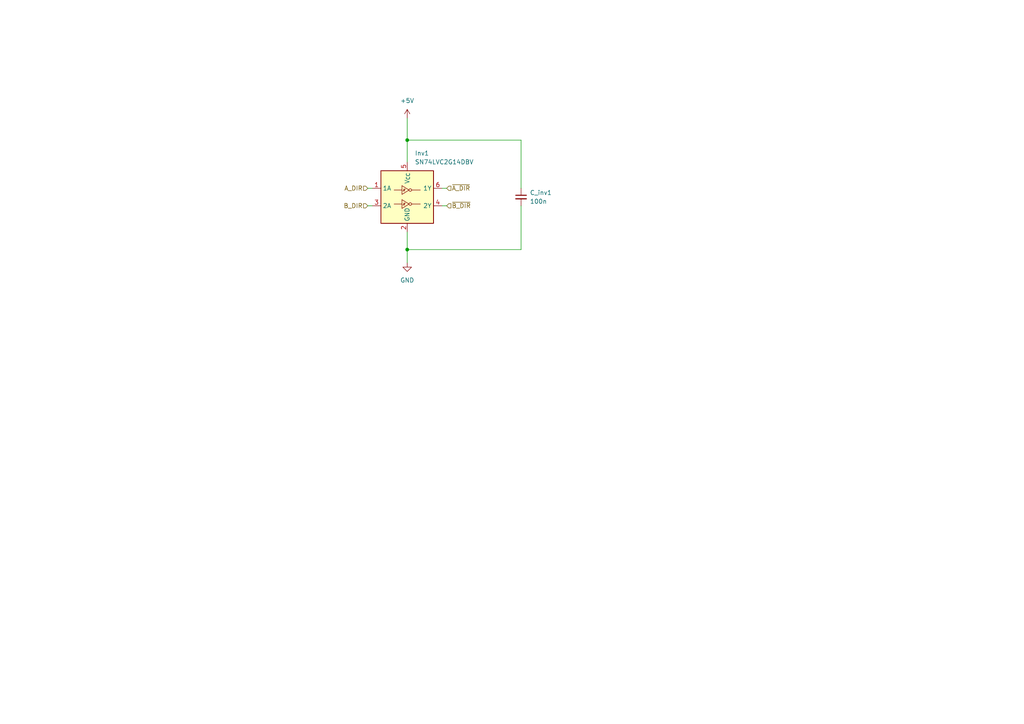
<source format=kicad_sch>
(kicad_sch
	(version 20231120)
	(generator "eeschema")
	(generator_version "8.0")
	(uuid "726982de-87b9-40c8-a4ce-cd3654844306")
	(paper "A4")
	(lib_symbols
		(symbol "74xGxx:SN74LVC2G14DBV"
			(exclude_from_sim no)
			(in_bom yes)
			(on_board yes)
			(property "Reference" "U"
				(at 2.54 12.7 0)
				(effects
					(font
						(size 1.27 1.27)
					)
					(justify left)
				)
			)
			(property "Value" "SN74LVC2G14DBV"
				(at 2.54 10.16 0)
				(effects
					(font
						(size 1.27 1.27)
					)
					(justify left)
				)
			)
			(property "Footprint" "Package_TO_SOT_SMD:SOT-23-6"
				(at 0 0 0)
				(effects
					(font
						(size 1.27 1.27)
					)
					(hide yes)
				)
			)
			(property "Datasheet" "https://www.ti.com/lit/ds/symlink/sn74lvc2g14.pdf"
				(at 0 0 0)
				(effects
					(font
						(size 1.27 1.27)
					)
					(hide yes)
				)
			)
			(property "Description" "Dual schmitt inverter, VCC from 1.65 to 5.5 V, SOT-23"
				(at 0 0 0)
				(effects
					(font
						(size 1.27 1.27)
					)
					(hide yes)
				)
			)
			(property "ki_keywords" "dual schmitt inverter"
				(at 0 0 0)
				(effects
					(font
						(size 1.27 1.27)
					)
					(hide yes)
				)
			)
			(property "ki_fp_filters" "SOT?23*"
				(at 0 0 0)
				(effects
					(font
						(size 1.27 1.27)
					)
					(hide yes)
				)
			)
			(symbol "SN74LVC2G14DBV_1_1"
				(rectangle
					(start -7.62 7.62)
					(end 7.62 -7.62)
					(stroke
						(width 0.254)
						(type default)
					)
					(fill
						(type background)
					)
				)
				(polyline
					(pts
						(xy -1.524 -2.032) (xy -3.81 -2.032)
					)
					(stroke
						(width 0)
						(type default)
					)
					(fill
						(type none)
					)
				)
				(polyline
					(pts
						(xy -1.524 2.032) (xy -3.81 2.032)
					)
					(stroke
						(width 0)
						(type default)
					)
					(fill
						(type none)
					)
				)
				(polyline
					(pts
						(xy -0.762 -1.778) (xy -0.508 -1.778)
					)
					(stroke
						(width 0)
						(type default)
					)
					(fill
						(type none)
					)
				)
				(polyline
					(pts
						(xy -0.762 2.286) (xy -0.508 2.286)
					)
					(stroke
						(width 0)
						(type default)
					)
					(fill
						(type none)
					)
				)
				(polyline
					(pts
						(xy 1.27 -2.032) (xy 3.81 -2.032)
					)
					(stroke
						(width 0)
						(type default)
					)
					(fill
						(type none)
					)
				)
				(polyline
					(pts
						(xy 1.27 2.032) (xy 3.81 2.032)
					)
					(stroke
						(width 0)
						(type default)
					)
					(fill
						(type none)
					)
				)
				(polyline
					(pts
						(xy -1.524 -0.762) (xy 0.508 -2.032) (xy -1.524 -3.302) (xy -1.524 -0.762)
					)
					(stroke
						(width 0)
						(type default)
					)
					(fill
						(type none)
					)
				)
				(polyline
					(pts
						(xy -1.524 3.302) (xy 0.508 2.032) (xy -1.524 0.762) (xy -1.524 3.302)
					)
					(stroke
						(width 0)
						(type default)
					)
					(fill
						(type none)
					)
				)
				(polyline
					(pts
						(xy -1.016 -2.286) (xy -1.016 -1.778) (xy -0.762 -1.778) (xy -0.762 -2.286) (xy -1.27 -2.286)
					)
					(stroke
						(width 0)
						(type default)
					)
					(fill
						(type none)
					)
				)
				(polyline
					(pts
						(xy -1.016 1.778) (xy -1.016 2.286) (xy -0.762 2.286) (xy -0.762 1.778) (xy -1.27 1.778)
					)
					(stroke
						(width 0)
						(type default)
					)
					(fill
						(type none)
					)
				)
				(circle
					(center 0.889 -2.032)
					(radius 0.381)
					(stroke
						(width 0)
						(type default)
					)
					(fill
						(type none)
					)
				)
				(circle
					(center 0.889 2.032)
					(radius 0.381)
					(stroke
						(width 0)
						(type default)
					)
					(fill
						(type none)
					)
				)
				(pin input line
					(at -10.16 2.54 0)
					(length 2.54)
					(name "1A"
						(effects
							(font
								(size 1.27 1.27)
							)
						)
					)
					(number "1"
						(effects
							(font
								(size 1.27 1.27)
							)
						)
					)
				)
				(pin power_in line
					(at 0 -10.16 90)
					(length 2.54)
					(name "GND"
						(effects
							(font
								(size 1.27 1.27)
							)
						)
					)
					(number "2"
						(effects
							(font
								(size 1.27 1.27)
							)
						)
					)
				)
				(pin input line
					(at -10.16 -2.54 0)
					(length 2.54)
					(name "2A"
						(effects
							(font
								(size 1.27 1.27)
							)
						)
					)
					(number "3"
						(effects
							(font
								(size 1.27 1.27)
							)
						)
					)
				)
				(pin output line
					(at 10.16 -2.54 180)
					(length 2.54)
					(name "2Y"
						(effects
							(font
								(size 1.27 1.27)
							)
						)
					)
					(number "4"
						(effects
							(font
								(size 1.27 1.27)
							)
						)
					)
				)
				(pin power_in line
					(at 0 10.16 270)
					(length 2.54)
					(name "V_{CC}"
						(effects
							(font
								(size 1.27 1.27)
							)
						)
					)
					(number "5"
						(effects
							(font
								(size 1.27 1.27)
							)
						)
					)
				)
				(pin output line
					(at 10.16 2.54 180)
					(length 2.54)
					(name "1Y"
						(effects
							(font
								(size 1.27 1.27)
							)
						)
					)
					(number "6"
						(effects
							(font
								(size 1.27 1.27)
							)
						)
					)
				)
			)
		)
		(symbol "Device:C_Small"
			(pin_numbers hide)
			(pin_names
				(offset 0.254) hide)
			(exclude_from_sim no)
			(in_bom yes)
			(on_board yes)
			(property "Reference" "C"
				(at 0.254 1.778 0)
				(effects
					(font
						(size 1.27 1.27)
					)
					(justify left)
				)
			)
			(property "Value" "C_Small"
				(at 0.254 -2.032 0)
				(effects
					(font
						(size 1.27 1.27)
					)
					(justify left)
				)
			)
			(property "Footprint" ""
				(at 0 0 0)
				(effects
					(font
						(size 1.27 1.27)
					)
					(hide yes)
				)
			)
			(property "Datasheet" "~"
				(at 0 0 0)
				(effects
					(font
						(size 1.27 1.27)
					)
					(hide yes)
				)
			)
			(property "Description" "Unpolarized capacitor, small symbol"
				(at 0 0 0)
				(effects
					(font
						(size 1.27 1.27)
					)
					(hide yes)
				)
			)
			(property "ki_keywords" "capacitor cap"
				(at 0 0 0)
				(effects
					(font
						(size 1.27 1.27)
					)
					(hide yes)
				)
			)
			(property "ki_fp_filters" "C_*"
				(at 0 0 0)
				(effects
					(font
						(size 1.27 1.27)
					)
					(hide yes)
				)
			)
			(symbol "C_Small_0_1"
				(polyline
					(pts
						(xy -1.524 -0.508) (xy 1.524 -0.508)
					)
					(stroke
						(width 0.3302)
						(type default)
					)
					(fill
						(type none)
					)
				)
				(polyline
					(pts
						(xy -1.524 0.508) (xy 1.524 0.508)
					)
					(stroke
						(width 0.3048)
						(type default)
					)
					(fill
						(type none)
					)
				)
			)
			(symbol "C_Small_1_1"
				(pin passive line
					(at 0 2.54 270)
					(length 2.032)
					(name "~"
						(effects
							(font
								(size 1.27 1.27)
							)
						)
					)
					(number "1"
						(effects
							(font
								(size 1.27 1.27)
							)
						)
					)
				)
				(pin passive line
					(at 0 -2.54 90)
					(length 2.032)
					(name "~"
						(effects
							(font
								(size 1.27 1.27)
							)
						)
					)
					(number "2"
						(effects
							(font
								(size 1.27 1.27)
							)
						)
					)
				)
			)
		)
		(symbol "power:+5V"
			(power)
			(pin_numbers hide)
			(pin_names
				(offset 0) hide)
			(exclude_from_sim no)
			(in_bom yes)
			(on_board yes)
			(property "Reference" "#PWR"
				(at 0 -3.81 0)
				(effects
					(font
						(size 1.27 1.27)
					)
					(hide yes)
				)
			)
			(property "Value" "+5V"
				(at 0 3.556 0)
				(effects
					(font
						(size 1.27 1.27)
					)
				)
			)
			(property "Footprint" ""
				(at 0 0 0)
				(effects
					(font
						(size 1.27 1.27)
					)
					(hide yes)
				)
			)
			(property "Datasheet" ""
				(at 0 0 0)
				(effects
					(font
						(size 1.27 1.27)
					)
					(hide yes)
				)
			)
			(property "Description" "Power symbol creates a global label with name \"+5V\""
				(at 0 0 0)
				(effects
					(font
						(size 1.27 1.27)
					)
					(hide yes)
				)
			)
			(property "ki_keywords" "global power"
				(at 0 0 0)
				(effects
					(font
						(size 1.27 1.27)
					)
					(hide yes)
				)
			)
			(symbol "+5V_0_1"
				(polyline
					(pts
						(xy -0.762 1.27) (xy 0 2.54)
					)
					(stroke
						(width 0)
						(type default)
					)
					(fill
						(type none)
					)
				)
				(polyline
					(pts
						(xy 0 0) (xy 0 2.54)
					)
					(stroke
						(width 0)
						(type default)
					)
					(fill
						(type none)
					)
				)
				(polyline
					(pts
						(xy 0 2.54) (xy 0.762 1.27)
					)
					(stroke
						(width 0)
						(type default)
					)
					(fill
						(type none)
					)
				)
			)
			(symbol "+5V_1_1"
				(pin power_in line
					(at 0 0 90)
					(length 0)
					(name "~"
						(effects
							(font
								(size 1.27 1.27)
							)
						)
					)
					(number "1"
						(effects
							(font
								(size 1.27 1.27)
							)
						)
					)
				)
			)
		)
		(symbol "power:GND"
			(power)
			(pin_numbers hide)
			(pin_names
				(offset 0) hide)
			(exclude_from_sim no)
			(in_bom yes)
			(on_board yes)
			(property "Reference" "#PWR"
				(at 0 -6.35 0)
				(effects
					(font
						(size 1.27 1.27)
					)
					(hide yes)
				)
			)
			(property "Value" "GND"
				(at 0 -3.81 0)
				(effects
					(font
						(size 1.27 1.27)
					)
				)
			)
			(property "Footprint" ""
				(at 0 0 0)
				(effects
					(font
						(size 1.27 1.27)
					)
					(hide yes)
				)
			)
			(property "Datasheet" ""
				(at 0 0 0)
				(effects
					(font
						(size 1.27 1.27)
					)
					(hide yes)
				)
			)
			(property "Description" "Power symbol creates a global label with name \"GND\" , ground"
				(at 0 0 0)
				(effects
					(font
						(size 1.27 1.27)
					)
					(hide yes)
				)
			)
			(property "ki_keywords" "global power"
				(at 0 0 0)
				(effects
					(font
						(size 1.27 1.27)
					)
					(hide yes)
				)
			)
			(symbol "GND_0_1"
				(polyline
					(pts
						(xy 0 0) (xy 0 -1.27) (xy 1.27 -1.27) (xy 0 -2.54) (xy -1.27 -1.27) (xy 0 -1.27)
					)
					(stroke
						(width 0)
						(type default)
					)
					(fill
						(type none)
					)
				)
			)
			(symbol "GND_1_1"
				(pin power_in line
					(at 0 0 270)
					(length 0)
					(name "~"
						(effects
							(font
								(size 1.27 1.27)
							)
						)
					)
					(number "1"
						(effects
							(font
								(size 1.27 1.27)
							)
						)
					)
				)
			)
		)
	)
	(junction
		(at 118.11 40.64)
		(diameter 0)
		(color 0 0 0 0)
		(uuid "03760399-dece-4de4-b325-bb4fd7c83661")
	)
	(junction
		(at 118.11 72.39)
		(diameter 0)
		(color 0 0 0 0)
		(uuid "322e698e-1b34-4ff4-80af-4d1af54accca")
	)
	(wire
		(pts
			(xy 106.68 59.69) (xy 107.95 59.69)
		)
		(stroke
			(width 0)
			(type default)
		)
		(uuid "05b7b505-8c0a-4697-9daf-83caf444b46c")
	)
	(wire
		(pts
			(xy 151.13 40.64) (xy 118.11 40.64)
		)
		(stroke
			(width 0)
			(type default)
		)
		(uuid "3021ced4-b582-4684-ba04-b1bd813ca458")
	)
	(wire
		(pts
			(xy 129.54 54.61) (xy 128.27 54.61)
		)
		(stroke
			(width 0)
			(type default)
		)
		(uuid "3ef8ce6c-d825-4db7-ab42-0a475a8453f5")
	)
	(wire
		(pts
			(xy 151.13 54.61) (xy 151.13 40.64)
		)
		(stroke
			(width 0)
			(type default)
		)
		(uuid "5906a388-8e55-427f-a1a6-9048688cbf52")
	)
	(wire
		(pts
			(xy 106.68 54.61) (xy 107.95 54.61)
		)
		(stroke
			(width 0)
			(type default)
		)
		(uuid "7c53b722-4e5d-4d41-96d3-7fb7e11aad86")
	)
	(wire
		(pts
			(xy 118.11 72.39) (xy 118.11 76.2)
		)
		(stroke
			(width 0)
			(type default)
		)
		(uuid "93b3fc3a-3121-484b-a56f-d6a2b5c50a45")
	)
	(wire
		(pts
			(xy 118.11 67.31) (xy 118.11 72.39)
		)
		(stroke
			(width 0)
			(type default)
		)
		(uuid "b847161c-b2ac-4569-a37d-99abc3c56b2d")
	)
	(wire
		(pts
			(xy 118.11 40.64) (xy 118.11 46.99)
		)
		(stroke
			(width 0)
			(type default)
		)
		(uuid "b9cbdb7a-e647-463d-bf97-93ade8bd3046")
	)
	(wire
		(pts
			(xy 128.27 59.69) (xy 129.54 59.69)
		)
		(stroke
			(width 0)
			(type default)
		)
		(uuid "c379dccf-86e1-4f33-97d6-8c4a4ed9eb22")
	)
	(wire
		(pts
			(xy 151.13 72.39) (xy 151.13 59.69)
		)
		(stroke
			(width 0)
			(type default)
		)
		(uuid "c6466676-beaa-4392-b66c-659102a5c5a1")
	)
	(wire
		(pts
			(xy 118.11 34.29) (xy 118.11 40.64)
		)
		(stroke
			(width 0)
			(type default)
		)
		(uuid "e0397e1f-dda7-4f60-a373-34c61c40137f")
	)
	(wire
		(pts
			(xy 118.11 72.39) (xy 151.13 72.39)
		)
		(stroke
			(width 0)
			(type default)
		)
		(uuid "f211c719-da1b-493c-b3ca-87b6929721de")
	)
	(hierarchical_label "A_DIR"
		(shape input)
		(at 106.68 54.61 180)
		(fields_autoplaced yes)
		(effects
			(font
				(size 1.27 1.27)
			)
			(justify right)
		)
		(uuid "00f3a439-0c8f-409f-98ce-dfb030ab634c")
	)
	(hierarchical_label "B_DIR"
		(shape input)
		(at 106.68 59.69 180)
		(fields_autoplaced yes)
		(effects
			(font
				(size 1.27 1.27)
			)
			(justify right)
		)
		(uuid "1c465661-ba07-433f-be44-a372ff870126")
	)
	(hierarchical_label "~{A_DIR}"
		(shape input)
		(at 129.54 54.61 0)
		(fields_autoplaced yes)
		(effects
			(font
				(size 1.27 1.27)
			)
			(justify left)
		)
		(uuid "8ad9abb3-07d1-4933-b79a-4b03b2321d65")
	)
	(hierarchical_label "~{B_DIR}"
		(shape input)
		(at 129.54 59.69 0)
		(fields_autoplaced yes)
		(effects
			(font
				(size 1.27 1.27)
			)
			(justify left)
		)
		(uuid "eea7660c-9cac-4510-82f0-4f022899acd6")
	)
	(symbol
		(lib_id "74xGxx:SN74LVC2G14DBV")
		(at 118.11 57.15 0)
		(unit 1)
		(exclude_from_sim no)
		(in_bom yes)
		(on_board yes)
		(dnp no)
		(fields_autoplaced yes)
		(uuid "2b17af22-0aae-4b28-8298-40cdfd21e81d")
		(property "Reference" "Inv1"
			(at 120.3041 44.45 0)
			(effects
				(font
					(size 1.27 1.27)
				)
				(justify left)
			)
		)
		(property "Value" "SN74LVC2G14DBV"
			(at 120.3041 46.99 0)
			(effects
				(font
					(size 1.27 1.27)
				)
				(justify left)
			)
		)
		(property "Footprint" "Package_TO_SOT_SMD:SOT-23-6"
			(at 118.11 57.15 0)
			(effects
				(font
					(size 1.27 1.27)
				)
				(hide yes)
			)
		)
		(property "Datasheet" "https://www.ti.com/lit/ds/symlink/sn74lvc2g14.pdf"
			(at 118.11 57.15 0)
			(effects
				(font
					(size 1.27 1.27)
				)
				(hide yes)
			)
		)
		(property "Description" "Dual schmitt inverter, VCC from 1.65 to 5.5 V, SOT-23"
			(at 118.11 57.15 0)
			(effects
				(font
					(size 1.27 1.27)
				)
				(hide yes)
			)
		)
		(pin "5"
			(uuid "65ae1859-ca03-4a46-8fbe-8a735ff88a05")
		)
		(pin "3"
			(uuid "835483c6-4874-4ea0-acf4-a18f92e5ed02")
		)
		(pin "6"
			(uuid "ce5e8d8f-6049-4acc-80e9-21313d218a54")
		)
		(pin "4"
			(uuid "3ba36ceb-a963-4431-b440-ba163c5327ba")
		)
		(pin "1"
			(uuid "4ba66333-c7c5-46f8-854f-68c929000c2b")
		)
		(pin "2"
			(uuid "2d1e4180-2465-4557-a058-196590de4cc7")
		)
		(instances
			(project "konar2"
				(path "/c9154aa1-f1b7-423e-bcde-0c6434e2094e/8fa582e3-0990-4e47-9106-ef0806e1b593"
					(reference "Inv1")
					(unit 1)
				)
			)
		)
	)
	(symbol
		(lib_id "power:+5V")
		(at 118.11 34.29 0)
		(unit 1)
		(exclude_from_sim no)
		(in_bom yes)
		(on_board yes)
		(dnp no)
		(fields_autoplaced yes)
		(uuid "86c6cff6-7195-4636-949c-e178d01900f0")
		(property "Reference" "#PWR055"
			(at 118.11 38.1 0)
			(effects
				(font
					(size 1.27 1.27)
				)
				(hide yes)
			)
		)
		(property "Value" "+5V"
			(at 118.11 29.21 0)
			(effects
				(font
					(size 1.27 1.27)
				)
			)
		)
		(property "Footprint" ""
			(at 118.11 34.29 0)
			(effects
				(font
					(size 1.27 1.27)
				)
				(hide yes)
			)
		)
		(property "Datasheet" ""
			(at 118.11 34.29 0)
			(effects
				(font
					(size 1.27 1.27)
				)
				(hide yes)
			)
		)
		(property "Description" "Power symbol creates a global label with name \"+5V\""
			(at 118.11 34.29 0)
			(effects
				(font
					(size 1.27 1.27)
				)
				(hide yes)
			)
		)
		(pin "1"
			(uuid "25b8a80a-1dc3-40fc-81db-99bbb1a48b57")
		)
		(instances
			(project "konar2"
				(path "/c9154aa1-f1b7-423e-bcde-0c6434e2094e/8fa582e3-0990-4e47-9106-ef0806e1b593"
					(reference "#PWR055")
					(unit 1)
				)
			)
		)
	)
	(symbol
		(lib_id "Device:C_Small")
		(at 151.13 57.15 0)
		(unit 1)
		(exclude_from_sim no)
		(in_bom yes)
		(on_board yes)
		(dnp no)
		(fields_autoplaced yes)
		(uuid "9bb0bcf3-3f8b-49e0-90a5-05a4bb68ac27")
		(property "Reference" "C_inv1"
			(at 153.67 55.8862 0)
			(effects
				(font
					(size 1.27 1.27)
				)
				(justify left)
			)
		)
		(property "Value" "100n"
			(at 153.67 58.4262 0)
			(effects
				(font
					(size 1.27 1.27)
				)
				(justify left)
			)
		)
		(property "Footprint" "Capacitor_SMD:C_0805_2012Metric"
			(at 151.13 57.15 0)
			(effects
				(font
					(size 1.27 1.27)
				)
				(hide yes)
			)
		)
		(property "Datasheet" "~"
			(at 151.13 57.15 0)
			(effects
				(font
					(size 1.27 1.27)
				)
				(hide yes)
			)
		)
		(property "Description" "Unpolarized capacitor, small symbol"
			(at 151.13 57.15 0)
			(effects
				(font
					(size 1.27 1.27)
				)
				(hide yes)
			)
		)
		(pin "2"
			(uuid "9efe5b53-afa5-44eb-baf1-0ddb070e1293")
		)
		(pin "1"
			(uuid "3ba86198-c262-4460-bd3d-98f56e29d8bf")
		)
		(instances
			(project "konar2"
				(path "/c9154aa1-f1b7-423e-bcde-0c6434e2094e/8fa582e3-0990-4e47-9106-ef0806e1b593"
					(reference "C_inv1")
					(unit 1)
				)
			)
		)
	)
	(symbol
		(lib_id "power:GND")
		(at 118.11 76.2 0)
		(unit 1)
		(exclude_from_sim no)
		(in_bom yes)
		(on_board yes)
		(dnp no)
		(fields_autoplaced yes)
		(uuid "e49a078e-43ca-4f3e-ab37-b8fc421010be")
		(property "Reference" "#PWR056"
			(at 118.11 82.55 0)
			(effects
				(font
					(size 1.27 1.27)
				)
				(hide yes)
			)
		)
		(property "Value" "GND"
			(at 118.11 81.28 0)
			(effects
				(font
					(size 1.27 1.27)
				)
			)
		)
		(property "Footprint" ""
			(at 118.11 76.2 0)
			(effects
				(font
					(size 1.27 1.27)
				)
				(hide yes)
			)
		)
		(property "Datasheet" ""
			(at 118.11 76.2 0)
			(effects
				(font
					(size 1.27 1.27)
				)
				(hide yes)
			)
		)
		(property "Description" "Power symbol creates a global label with name \"GND\" , ground"
			(at 118.11 76.2 0)
			(effects
				(font
					(size 1.27 1.27)
				)
				(hide yes)
			)
		)
		(pin "1"
			(uuid "cd865c61-5bc0-40a2-bf04-617c161b7ee7")
		)
		(instances
			(project "konar2"
				(path "/c9154aa1-f1b7-423e-bcde-0c6434e2094e/8fa582e3-0990-4e47-9106-ef0806e1b593"
					(reference "#PWR056")
					(unit 1)
				)
			)
		)
	)
)
</source>
